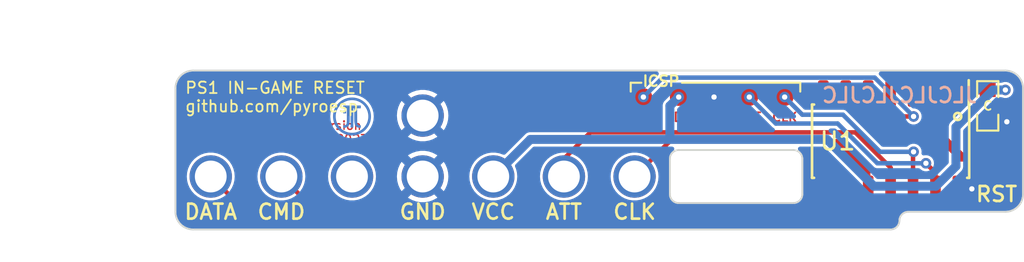
<source format=kicad_pcb>
(kicad_pcb (version 20240108) (generator "pcbnew") (generator_version "8.0")
  (layers (0 "F.Cu" signal) (31 "B.Cu" signal) (34 "B.Paste" user) (35 "F.Paste" user) (36 "B.SilkS" user "B.Silkscreen") (37 "F.SilkS" user "F.Silkscreen") (38 "B.Mask" user) (39 "F.Mask" user) (44 "Edge.Cuts" user))
  (net 0 "")
  (net 1 "+3V3")
  (net 2 "GND")
  (net 3 "/VPP\\~{MCLR}")
  (net 4 "/ICSPDAT")
  (net 5 "/ICSPCLK")
  (net 6 "/CLK")
  (net 7 "/DATA")
  (net 8 "/CMD")
  (net 9 "/~{SS}")
  (net 10 "/RESET")
  (footprint "PS1-IGR:JFTLOGO-1x1.3mm" (layer "F.Cu") (at 95 91.5)
    (property "Reference" "G***" (hide yes))
    (property "Value" "LOGO" (hide yes))
    (fp_poly (pts (xy 0.492125 -0.179161) (xy 0.340178 -0.179161) (xy 0.340178 -0.326572) (xy 0.492125 -0.326572) (xy 0.492125 -0.179161)) (stroke (width 0.01)) (fill solid) (layer "F.Cu"))
    (fp_poly (pts (xy 0.490991 -0.617992) (xy 0.491589 -0.543719) (xy 0.492187 -0.469447) (xy 0.28575 -0.469447) (xy 0.285782 -0.106023) (xy 0.2858 -0.062284) (xy 0.285845 -0.019882) (xy 0.285916 0.020937) (xy 0.286011 0.059929) (xy 0.286129 0.096849) (xy 0.286269 0.131454) (xy 0.286429 0.163498) (xy 0.286609 0.192737) (xy 0.286806 0.218926) (xy 0.287019 0.241821) (xy 0.287247 0.261178) (xy 0.287488 0.276752) (xy 0.287742 0.288299) (xy 0.288006 0.295573) (xy 0.288027 0.295955) (xy 0.290656 0.331148) (xy 0.294269 0.3625) (xy 0.298842 0.38988) (xy 0.304351 0.413156) (xy 0.310771 0.432197) (xy 0.315495 0.442382) (xy 0.326643 0.458511) (xy 0.34152 0.472087) (xy 0.360095 0.483097) (xy 0.382339 0.491532) (xy 0.408224 0.497378) (xy 0.43772 0.500623) (xy 0.46092 0.501343) (xy 0.492192 0.501414) (xy 0.491591 0.568774) (xy 0.490991 0.636133) (xy 0.47058 0.636836) (xy 0.460088 0.636911) (xy 0.446822 0.636588) (xy 0.43252 0.635929) (xy 0.419553 0.635046) (xy 0.380056 0.630342) (xy 0.344106 0.622928) (xy 0.311577 0.61276) (xy 0.282346 0.599789) (xy 0.256287 0.583971) (xy 0.234977 0.566837) (xy 0.215656 0.546172) (xy 0.198361 0.52146) (xy 0.183098 0.492712) (xy 0.169871 0.459939) (xy 0.158685 0.423155) (xy 0.149544 0.382371) (xy 0.142455 0.3376) (xy 0.141363 0.328839) (xy 0.140856 0.324295) (xy 0.140392 0.319382) (xy 0.139969 0.313882) (xy 0.139584 0.307578) (xy 0.139236 0.30025) (xy 0.138922 0.291683) (xy 0.138639 0.281656) (xy 0.138384 0.269954) (xy 0.138156 0.256356) (xy 0.137952 0.240647) (xy 0.137769 0.222607) (xy 0.137605 0.202019) (xy 0.137457 0.178665) (xy 0.137323 0.152328) (xy 0.137201 0.122788) (xy 0.137088 0.089828) (xy 0.136981 0.05323) (xy 0.136879 0.012777) (xy 0.136778 -0.03175) (xy 0.136676 -0.080568) (xy 0.136664 -0.086746) (xy 0.135898 -0.469447) (xy 0.079384 -0.469447) (xy 0.078812 0.07654) (xy 0.078241 0.622526) (xy 0.003968 0.623124) (xy -0.070304 0.623722) (xy -0.070304 -0.469447) (xy -0.133631 -0.469447) (xy -0.134397 -0.086746) (xy -0.134497 -0.036297) (xy -0.13459 0.009844) (xy -0.134685 0.051904) (xy -0.134787 0.090109) (xy -0.134905 0.124688) (xy -0.135046 0.155867) (xy -0.135216 0.183874) (xy -0.135423 0.208935) (xy -0.135675 0.231279) (xy -0.135978 0.251132) (xy -0.136339 0.268721) (xy -0.136767 0.284274) (xy -0.137268 0.298019) (xy -0.137849 0.310181) (xy -0.138518 0.320988) (xy -0.139281 0.330669) (xy -0.140147 0.339449) (xy -0.141122 0.347556) (xy -0.142213 0.355217) (xy -0.143429 0.36266) (xy -0.144775 0.370111) (xy -0.146259 0.377799) (xy -0.147889 0.385949) (xy -0.149671 0.39479) (xy -0.149721 0.395035) (xy -0.158811 0.433468) (xy -0.169872 0.46793) (xy -0.182972 0.498568) (xy -0.198182 0.525528) (xy -0.215572 0.548959) (xy -0.23017 0.564384) (xy -0.251962 0.582665) (xy -0.276001 0.59813) (xy -0.30256 0.610868) (xy -0.331914 0.620974) (xy -0.364338 0.628537) (xy -0.400106 0.633651) (xy -0.439493 0.636406) (xy -0.446201 0.636636) (xy -0.489857 0.63793) (xy -0.489857 0.501164) (xy -0.474549 0.502541) (xy -0.462085 0.502953) (xy -0.446676 0.502394) (xy -0.429778 0.501003) (xy -0.412844 0.498918) (xy -0.397329 0.496278) (xy -0.388745 0.494343) (xy -0.367637 0.487802) (xy -0.349841 0.4796) (xy -0.335004 0.46932) (xy -0.322768 0.456541) (xy -0.312781 0.440844) (xy -0.304685 0.421808) (xy -0.298126 0.399013) (xy -0.294763 0.383267) (xy -0.29357 0.376999) (xy -0.292478 0.371032) (xy -0.291483 0.365148) (xy -0.29058 0.35913) (xy -0.289763 0.352759) (xy -0.289028 0.345815) (xy -0.28837 0.338081) (xy -0.287783 0.329337) (xy -0.287263 0.319367) (xy -0.286804 0.30795) (xy -0.286402 0.294868) (xy -0.286052 0.279904) (xy -0.285748 0.262838) (xy -0.285485 0.243451) (xy -0.285259 0.221526) (xy -0.285064 0.196844) (xy -0.284896 0.169186) (xy -0.284749 0.138334) (xy -0.284619 0.10407) (xy -0.284499 0.066174) (xy -0.284386 0.024428) (xy -0.284275 -0.021386) (xy -0.28416 -0.071487) (xy -0.284143 -0.078809) (xy -0.283257 -0.469447) (xy -0.489857 -0.469447) (xy -0.489857 -0.619136) (xy 0.490991 -0.617992)) (stroke (width 0.01)) (fill solid) (layer "F.Cu"))
  )
  (footprint "PS1-IGR:__LOGO_PS1_Cu-2.4mm" (layer "F.Cu") (at 112 90.5)
    (property "Reference" "G***" (hide yes))
    (property "Value" "LOGO" (hide yes))
    (fp_poly (pts (xy -0.392114 -1.212239) (xy -0.390173 -1.211824) (xy -0.386082 -1.210972) (xy -0.380179 -1.209754) (xy -0.372804 -1.208239) (xy -0.364295 -1.206497) (xy -0.35499 -1.204597) (xy -0.352425 -1.204074) (xy -0.318902 -1.197004) (xy -0.283225 -1.189026) (xy -0.245591 -1.180193) (xy -0.206198 -1.170558) (xy -0.165242 -1.160175) (xy -0.122921 -1.149097) (xy -0.079432 -1.137377) (xy -0.034972 -1.125069) (xy 0.010262 -1.112226) (xy 0.056073 -1.098901) (xy 0.102263 -1.085148) (xy 0.148636 -1.07102) (xy 0.194994 -1.05657) (xy 0.20828 -1.052368) (xy 0.240872 -1.041933) (xy 0.271201 -1.032026) (xy 0.29947 -1.022567) (xy 0.325883 -1.013478) (xy 0.350643 -1.004682) (xy 0.373955 -0.996099) (xy 0.39602 -0.987652) (xy 0.417043 -0.979262) (xy 0.437228 -0.970851) (xy 0.456778 -0.962339) (xy 0.475896 -0.95365) (xy 0.494786 -0.944705) (xy 0.513651 -0.935425) (xy 0.518795 -0.932838) (xy 0.535578 -0.924253) (xy 0.550551 -0.916348) (xy 0.564245 -0.908817) (xy 0.577188 -0.901353) (xy 0.589913 -0.893649) (xy 0.602948 -0.8854) (xy 0.616825 -0.876299) (xy 0.617855 -0.875614) (xy 0.65033 -0.852698) (xy 0.680503 -0.828746) (xy 0.70842 -0.803698) (xy 0.734124 -0.777489) (xy 0.757661 -0.750058) (xy 0.779076 -0.721341) (xy 0.798412 -0.691277) (xy 0.815716 -0.659803) (xy 0.831031 -0.626856) (xy 0.844403 -0.592374) (xy 0.855876 -0.556294) (xy 0.861504 -0.535305) (xy 0.867178 -0.511343) (xy 0.87212 -0.487447) (xy 0.876374 -0.463265) (xy 0.879983 -0.438447) (xy 0.882992 -0.41264) (xy 0.885446 -0.385494) (xy 0.887388 -0.356657) (xy 0.888863 -0.325779) (xy 0.889248 -0.315277) (xy 0.889982 -0.273291) (xy 0.889236 -0.233285) (xy 0.886996 -0.195164) (xy 0.883252 -0.158838) (xy 0.877991 -0.124211) (xy 0.871201 -0.091193) (xy 0.86287 -0.059689) (xy 0.852986 -0.029607) (xy 0.851911 -0.02667) (xy 0.849261 -0.019921) (xy 0.84577 -0.011637) (xy 0.841755 -0.002543) (xy 0.837537 0.006638) (xy 0.833719 0.014605) (xy 0.824682 0.03227) (xy 0.815826 0.047963) (xy 0.806793 0.062192) (xy 0.797224 0.075466) (xy 0.786761 0.088295) (xy 0.775046 0.101189) (xy 0.767125 0.10931) (xy 0.749749 0.125703) (xy 0.732423 0.139901) (xy 0.714699 0.152199) (xy 0.696128 0.162891) (xy 0.676263 0.172274) (xy 0.66421 0.177142) (xy 0.642807 0.184383) (xy 0.620867 0.189909) (xy 0.598005 0.193786) (xy 0.573838 0.196078) (xy 0.547981 0.196849) (xy 0.54737 0.19685) (xy 0.522017 0.196119) (xy 0.496804 0.193886) (xy 0.471479 0.19009) (xy 0.445791 0.184669) (xy 0.41949 0.177563) (xy 0.392324 0.168709) (xy 0.364044 0.158048) (xy 0.334398 0.145517) (xy 0.331179 0.144083) (xy 0.320093 0.139121) (xy 0.319684 -0.262227) (xy 0.319646 -0.300571) (xy 0.319612 -0.336462) (xy 0.319579 -0.369986) (xy 0.319548 -0.401229) (xy 0.319515 -0.430279) (xy 0.319481 -0.457222) (xy 0.319442 -0.482145) (xy 0.319399 -0.505134) (xy 0.319349 -0.526276) (xy 0.319291 -0.545657) (xy 0.319224 -0.563364) (xy 0.319146 -0.579484) (xy 0.319056 -0.594104) (xy 0.318952 -0.607309) (xy 0.318833 -0.619187) (xy 0.318697 -0.629824) (xy 0.318543 -0.639306) (xy 0.31837 -0.647721) (xy 0.318176 -0.655155) (xy 0.317959 -0.661694) (xy 0.317719 -0.667426) (xy 0.317454 -0.672436) (xy 0.317161 -0.676811) (xy 0.316841 -0.680639) (xy 0.316491 -0.684005) (xy 0.31611 -0.686996) (xy 0.315697 -0.689699) (xy 0.31525 -0.692201) (xy 0.314767 -0.694587) (xy 0.314248 -0.696945) (xy 0.313691 -0.699362) (xy 0.313094 -0.701923) (xy 0.312455 -0.704715) (xy 0.312317 -0.705337) (xy 0.306828 -0.725575) (xy 0.299801 -0.7438) (xy 0.291223 -0.760028) (xy 0.281082 -0.774279) (xy 0.269363 -0.786569) (xy 0.256055 -0.796917) (xy 0.241143 -0.805339) (xy 0.238125 -0.806724) (xy 0.22286 -0.812502) (xy 0.208495 -0.815912) (xy 0.19504 -0.816957) (xy 0.182508 -0.815642) (xy 0.17091 -0.81197) (xy 0.160258 -0.805945) (xy 0.150564 -0.79757) (xy 0.14184 -0.786851) (xy 0.134098 -0.77379) (xy 0.133576 -0.772755) (xy 0.128082 -0.759894) (xy 0.123522 -0.745453) (xy 0.120172 -0.730302) (xy 0.120163 -0.73025) (xy 0.119172 -0.724667) (xy 0.118219 -0.719492) (xy 0.117477 -0.715656) (xy 0.117344 -0.71501) (xy 0.117295 -0.713521) (xy 0.117244 -0.709554) (xy 0.117192 -0.703172) (xy 0.11714 -0.694436) (xy 0.117086 -0.683408) (xy 0.117031 -0.670152) (xy 0.116976 -0.654728) (xy 0.11692 -0.6372) (xy 0.116864 -0.617629) (xy 0.116807 -0.596078) (xy 0.11675 -0.572609) (xy 0.116692 -0.547284) (xy 0.116635 -0.520164) (xy 0.116577 -0.491314) (xy 0.11652 -0.460793) (xy 0.116463 -0.428666) (xy 0.116406 -0.394993) (xy 0.116349 -0.359837) (xy 0.116294 -0.323261) (xy 0.116238 -0.285326) (xy 0.116184 -0.246094) (xy 0.116131 -0.205628) (xy 0.116078 -0.16399) (xy 0.116027 -0.121243) (xy 0.115976 -0.077447) (xy 0.115927 -0.032667) (xy 0.11588 0.013038) (xy 0.115834 0.059603) (xy 0.115789 0.106967) (xy 0.115747 0.155069) (xy 0.115706 0.203844) (xy 0.115669 0.25083) (xy 0.114935 1.212225) (xy -0.1397 1.131418) (xy -0.394335 1.05061) (xy -0.394654 -0.081144) (xy -0.394972 -1.212898) (xy -0.392114 -1.212239)) (stroke (width 0.01)) (fill solid) (layer "F.Cu"))
    (fp_poly (pts (xy -0.496234 0.157453) (xy -0.496101 0.16108) (xy -0.495974 0.166931) (xy -0.495854 0.174851) (xy -0.495743 0.184681) (xy -0.495642 0.196265) (xy -0.495551 0.209444) (xy -0.495473 0.224062) (xy -0.495408 0.23996) (xy -0.495357 0.256983) (xy -0.495322 0.274972) (xy -0.495303 0.29377) (xy -0.4953 0.304485) (xy -0.4953 0.452761) (xy -0.563563 0.477152) (xy -0.574387 0.48102) (xy -0.587331 0.485648) (xy -0.602125 0.490938) (xy -0.618498 0.496793) (xy -0.63618 0.503118) (xy -0.6549 0.509814) (xy -0.674387 0.516785) (xy -0.69437 0.523935) (xy -0.714579 0.531166) (xy -0.734743 0.538382) (xy -0.754591 0.545485) (xy -0.76708 0.549956) (xy -0.786397 0.556869) (xy -0.806076 0.563912) (xy -0.825862 0.570993) (xy -0.845497 0.578018) (xy -0.864724 0.584897) (xy -0.883286 0.591538) (xy -0.900927 0.597848) (xy -0.917388 0.603735) (xy -0.932413 0.609108) (xy -0.945744 0.613875) (xy -0.957125 0.617943) (xy -0.96393 0.620375) (xy -0.976222 0.624774) (xy -0.988085 0.629034) (xy -0.999247 0.633058) (xy -1.009434 0.636744) (xy -1.018373 0.639995) (xy -1.02579 0.64271) (xy -1.031412 0.644791) (xy -1.034965 0.646138) (xy -1.035378 0.646301) (xy -1.05085 0.653039) (xy -1.064564 0.660206) (xy -1.076406 0.667703) (xy -1.086264 0.675433) (xy -1.094024 0.683299) (xy -1.099573 0.691202) (xy -1.102799 0.699045) (xy -1.10363 0.705333) (xy -1.102388 0.713268) (xy -1.098698 0.720747) (xy -1.092617 0.72774) (xy -1.084201 0.734219) (xy -1.073507 0.740152) (xy -1.060591 0.745512) (xy -1.04551 0.750268) (xy -1.028319 0.754391) (xy -1.009076 0.757852) (xy -1.00076 0.759052) (xy -0.991959 0.759971) (xy -0.981081 0.760677) (xy -0.968579 0.761172) (xy -0.954908 0.761458) (xy -0.94052 0.761537) (xy -0.92587 0.761413) (xy -0.911411 0.761087) (xy -0.897598 0.760561) (xy -0.884883 0.759838) (xy -0.873721 0.758921) (xy -0.868776 0.758379) (xy -0.836927 0.753842) (xy -0.807288 0.748233) (xy -0.779757 0.741532) (xy -0.76885 0.738402) (xy -0.765673 0.737372) (xy -0.760295 0.735537) (xy -0.752898 0.732963) (xy -0.743668 0.729715) (xy -0.732788 0.725859) (xy -0.720441 0.72146) (xy -0.706814 0.716585) (xy -0.692088 0.711299) (xy -0.676449 0.705667) (xy -0.66008 0.699756) (xy -0.643166 0.69363) (xy -0.633595 0.690156) (xy -0.616595 0.683983) (xy -0.600136 0.678009) (xy -0.584392 0.672298) (xy -0.569537 0.666911) (xy -0.555745 0.661914) (xy -0.54319 0.657367) (xy -0.532046 0.653335) (xy -0.522487 0.64988) (xy -0.514686 0.647065) (xy -0.508818 0.644954) (xy -0.505057 0.643608) (xy -0.503867 0.643189) (xy -0.495289 0.640227) (xy -0.495612 0.773139) (xy -0.495935 0.906052) (xy -0.5207 0.91021) (xy -0.570805 0.918036) (xy -0.619293 0.924389) (xy -0.666597 0.929299) (xy -0.713149 0.932797) (xy -0.759379 0.934913) (xy -0.80572 0.935676) (xy -0.852604 0.935117) (xy -0.86995 0.934589) (xy -0.93164 0.9312) (xy -0.993728 0.925384) (xy -1.055988 0.917173) (xy -1.118193 0.906603) (xy -1.180115 0.893706) (xy -1.233805 0.880561) (xy -1.250249 0.876146) (xy -1.267544 0.871311) (xy -1.285356 0.866163) (xy -1.303351 0.860805) (xy -1.321198 0.855343) (xy -1.338561 0.849881) (xy -1.355107 0.844524) (xy -1.370504 0.839377) (xy -1.384417 0.834544) (xy -1.396513 0.830131) (xy -1.40589 0.826475) (xy -1.430842 0.815528) (xy -1.453909 0.803807) (xy -1.475044 0.791377) (xy -1.494201 0.778303) (xy -1.511331 0.764648) (xy -1.526388 0.750477) (xy -1.539325 0.735856) (xy -1.550094 0.720847) (xy -1.558648 0.705517) (xy -1.56494 0.689929) (xy -1.568922 0.674148) (xy -1.570548 0.658238) (xy -1.569769 0.642264) (xy -1.56654 0.626291) (xy -1.562 0.613166) (xy -1.556638 0.60204) (xy -1.549762 0.591108) (xy -1.541277 0.580293) (xy -1.531084 0.569518) (xy -1.519085 0.558704) (xy -1.505183 0.547775) (xy -1.489281 0.536653) (xy -1.47128 0.525261) (xy -1.451084 0.513522) (xy -1.428594 0.501358) (xy -1.40716 0.490406) (xy -1.38227 0.478286) (xy -1.357325 0.466767) (xy -1.331884 0.455668) (xy -1.30551 0.444805) (xy -1.277764 0.433995) (xy -1.248207 0.423055) (xy -1.229995 0.416555) (xy -1.225713 0.415042) (xy -1.219144 0.412716) (xy -1.210398 0.409615) (xy -1.199582 0.405778) (xy -1.186803 0.401242) (xy -1.172169 0.396047) (xy -1.155789 0.390231) (xy -1.137769 0.383831) (xy -1.118217 0.376886) (xy -1.097241 0.369435) (xy -1.074949 0.361515) (xy -1.051449 0.353164) (xy -1.026847 0.344422) (xy -1.001252 0.335326) (xy -0.974771 0.325914) (xy -0.947513 0.316226) (xy -0.919584 0.306298) (xy -0.891093 0.296169) (xy -0.862147 0.285878) (xy -0.845305 0.279891) (xy -0.816602 0.269686) (xy -0.788517 0.259705) (xy -0.761145 0.249979) (xy -0.734582 0.240543) (xy -0.70892 0.23143) (xy -0.684255 0.222673) (xy -0.660681 0.214306) (xy -0.638292 0.206363) (xy -0.617182 0.198876) (xy -0.597447 0.191879) (xy -0.579179 0.185406) (xy -0.562474 0.179489) (xy -0.547425 0.174164) (xy -0.534128 0.169462) (xy -0.522676 0.165418) (xy -0.513164 0.162064) (xy -0.505686 0.159434) (xy -0.500337 0.157563) (xy -0.497211 0.156482) (xy -0.496373 0.15621) (xy -0.496234 0.157453)) (stroke (width 0.01)) (fill solid) (layer "F.Cu"))
    (fp_poly (pts (xy 0.805443 0.284768) (xy 0.821695 0.284894) (xy 0.836706 0.285144) (xy 0.850003 0.285523) (xy 0.852805 0.28563) (xy 0.907289 0.288648) (xy 0.961272 0.293258) (xy 1.014535 0.299422) (xy 1.066859 0.307102) (xy 1.118028 0.316261) (xy 1.167824 0.32686) (xy 1.216027 0.338861) (xy 1.262421 0.352226) (xy 1.29413 0.362519) (xy 1.31356 0.369157) (xy 1.330794 0.375085) (xy 1.346051 0.380389) (xy 1.359548 0.38515) (xy 1.371501 0.389455) (xy 1.38213 0.393384) (xy 1.39165 0.397024) (xy 1.400281 0.400457) (xy 1.40824 0.403766) (xy 1.415744 0.407036) (xy 1.423011 0.41035) (xy 1.430258 0.413793) (xy 1.437703 0.417447) (xy 1.44018 0.418682) (xy 1.45856 0.428255) (xy 1.474823 0.437549) (xy 1.489334 0.446812) (xy 1.502459 0.456294) (xy 1.514565 0.466243) (xy 1.526017 0.47691) (xy 1.526632 0.47752) (xy 1.535929 0.48709) (xy 1.543497 0.495676) (xy 1.549692 0.503743) (xy 1.554872 0.511754) (xy 1.559279 0.51994) (xy 1.564176 0.530741) (xy 1.56765 0.540665) (xy 1.569999 0.550698) (xy 1.571284 0.559592) (xy 1.571943 0.56655) (xy 1.572092 0.572234) (xy 1.5717 0.577861) (xy 1.570735 0.584648) (xy 1.57064 0.58523) (xy 1.567282 0.599844) (xy 1.562028 0.614068) (xy 1.554807 0.627984) (xy 1.545545 0.641673) (xy 1.53417 0.655217) (xy 1.520609 0.668698) (xy 1.50479 0.682199) (xy 1.486639 0.6958) (xy 1.466084 0.709583) (xy 1.452575 0.71797) (xy 1.443334 0.723348) (xy 1.432273 0.729443) (xy 1.419916 0.735993) (xy 1.406786 0.742735) (xy 1.393408 0.749406) (xy 1.380304 0.755744) (xy 1.367998 0.761486) (xy 1.357014 0.76637) (xy 1.35128 0.768778) (xy 1.349124 0.7696) (xy 1.344701 0.771235) (xy 1.3381 0.77365) (xy 1.329411 0.776815) (xy 1.318724 0.780695) (xy 1.306128 0.78526) (xy 1.291713 0.790477) (xy 1.275569 0.796314) (xy 1.257786 0.802737) (xy 1.238454 0.809716) (xy 1.217661 0.817218) (xy 1.195499 0.825211) (xy 1.172056 0.833661) (xy 1.147422 0.842538) (xy 1.121688 0.851809) (xy 1.094942 0.861442) (xy 1.067275 0.871403) (xy 1.038776 0.881662) (xy 1.009535 0.892186) (xy 0.979642 0.902942) (xy 0.949187 0.913899) (xy 0.918259 0.925023) (xy 0.886948 0.936284) (xy 0.855344 0.947648) (xy 0.823536 0.959083) (xy 0.791614 0.970558) (xy 0.759669 0.982039) (xy 0.727789 0.993495) (xy 0.696065 1.004893) (xy 0.664586 1.016201) (xy 0.633442 1.027387) (xy 0.602722 1.038419) (xy 0.572517 1.049264) (xy 0.542916 1.05989) (xy 0.51401 1.070265) (xy 0.485886 1.080356) (xy 0.458636 1.090131) (xy 0.43235 1.099559) (xy 0.407116 1.108606) (xy 0.383025 1.117241) (xy 0.360166 1.125432) (xy 0.338629 1.133145) (xy 0.318504 1.140349) (xy 0.299881 1.147011) (xy 0.282849 1.1531) (xy 0.267498 1.158583) (xy 0.253917 1.163427) (xy 0.242198 1.167601) (xy 0.232428 1.171072) (xy 0.224699 1.173809) (xy 0.219099 1.175778) (xy 0.215719 1.176947) (xy 0.21465 1.17729) (xy 0.214423 1.17607) (xy 0.214219 1.172405) (xy 0.214037 1.166284) (xy 0.213877 1.157699) (xy 0.21374 1.14664) (xy 0.213624 1.133097) (xy 0.21353 1.117061) (xy 0.213458 1.098523) (xy 0.213408 1.077472) (xy 0.21338 1.0539) (xy 0.213373 1.029652) (xy 0.213386 0.882015) (xy 0.62517 0.735388) (xy 0.656533 0.724218) (xy 0.687335 0.713247) (xy 0.717487 0.702504) (xy 0.746898 0.692022) (xy 0.77548 0.681833) (xy 0.803143 0.67197) (xy 0.829799 0.662463) (xy 0.855356 0.653344) (xy 0.879727 0.644647) (xy 0.902821 0.636402) (xy 0.92455 0.628642) (xy 0.944823 0.621398) (xy 0.963552 0.614702) (xy 0.980647 0.608587) (xy 0.996019 0.603085) (xy 1.009578 0.598226) (xy 1.021235 0.594043) (xy 1.0309 0.590569) (xy 1.038485 0.587835) (xy 1.043899 0.585872) (xy 1.047054 0.584714) (xy 1.04775 0.584448) (xy 1.063858 0.577445) (xy 1.077988 0.570123) (xy 1.090073 0.562554) (xy 1.100047 0.554805) (xy 1.107845 0.546947) (xy 1.1134 0.53905) (xy 1.116646 0.531182) (xy 1.117518 0.523414) (xy 1.11595 0.515815) (xy 1.11496 0.513509) (xy 1.110411 0.50678) (xy 1.103514 0.50034) (xy 1.094451 0.494276) (xy 1.083405 0.488674) (xy 1.070559 0.48362) (xy 1.056098 0.479201) (xy 1.040203 0.475503) (xy 1.030999 0.473823) (xy 1.019721 0.472064) (xy 1.009254 0.470701) (xy 0.999004 0.46969) (xy 0.988373 0.468991) (xy 0.976766 0.468558) (xy 0.963589 0.46835) (xy 0.954405 0.468315) (xy 0.931027 0.468622) (xy 0.909289 0.469608) (xy 0.888365 0.471347) (xy 0.86743 0.473911) (xy 0.845656 0.477371) (xy 0.84074 0.478247) (xy 0.834697 0.479361) (xy 0.828941 0.480472) (xy 0.823323 0.481627) (xy 0.817699 0.482873) (xy 0.811922 0.484256) (xy 0.805846 0.485822) (xy 0.799324 0.487618) (xy 0.792212 0.48969) (xy 0.784362 0.492086) (xy 0.775629 0.494851) (xy 0.765866 0.498031) (xy 0.754927 0.501675) (xy 0.742667 0.505827) (xy 0.728939 0.510534) (xy 0.713597 0.515844) (xy 0.696495 0.521802) (xy 0.677487 0.528455) (xy 0.656427 0.53585) (xy 0.633168 0.544032) (xy 0.62484 0.546964) (xy 0.587513 0.560109) (xy 0.552508 0.572436) (xy 0.519752 0.583971) (xy 0.489172 0.59474) (xy 0.460693 0.604769) (xy 0.434243 0.614084) (xy 0.409748 0.622711) (xy 0.387133 0.630676) (xy 0.366327 0.638005) (xy 0.347255 0.644723) (xy 0.329844 0.650856) (xy 0.31402 0.656431) (xy 0.29971 0.661473) (xy 0.286841 0.666009) (xy 0.275338 0.670063) (xy 0.265129 0.673662) (xy 0.256139 0.676833) (xy 0.248296 0.6796) (xy 0.241526 0.68199) (xy 0.235755 0.684028) (xy 0.230909 0.685741) (xy 0.226916 0.687154) (xy 0.223702 0.688294) (xy 0.221194 0.689185) (xy 0.219317 0.689855) (xy 0.217998 0.690329) (xy 0.217165 0.690633) (xy 0.216847 0.690752) (xy 0.213349 0.69209) (xy 0.213672 0.538236) (xy 0.213995 0.384381) (xy 0.24179 0.375002) (xy 0.279039 0.363082) (xy 0.318392 0.351712) (xy 0.359456 0.340967) (xy 0.401839 0.330924) (xy 0.44515 0.321659) (xy 0.488995 0.313248) (xy 0.532984 0.305765) (xy 0.576723 0.299288) (xy 0.619822 0.293891) (xy 0.661887 0.289652) (xy 0.696595 0.287011) (xy 0.708309 0.286385) (xy 0.72209 0.285854) (xy 0.737464 0.285422) (xy 0.753959 0.285093) (xy 0.771102 0.284871) (xy 0.788421 0.284762) (xy 0.805443 0.284768)) (stroke (width 0.01)) (fill solid) (layer "F.Cu"))
  )
  (footprint "PS1-IGR:TestPoint_Pad_NoSilk_D1.0mm" (layer "F.Cu") (at 122.5 89.5 180)
    (property "Reference" "TP2" (hide yes))
    (property "Value" "VDD" (at 0 -1.143 0) (layer "F.Cu") (effects (font (size 0.5 0.5) (thickness 0.1))))
    (pad "1" smd circle (at 0 0 180) (size 1 1) (layers "F.Cu" "F.Mask") (net 1 "+3V3"))
  )
  (footprint "PS1-IGR:TestPoint_Pad_NoSilk_D1.0mm" (layer "F.Cu") (at 124.5 89.5 180)
    (property "Reference" "TP3" (hide yes))
    (property "Value" "VSS" (at 0 -1.143 0) (layer "F.Cu") (effects (font (size 0.5 0.5) (thickness 0.1))))
    (pad "1" smd circle (at 0 0 180) (size 1 1) (layers "F.Cu" "F.Mask") (net 2 "GND"))
  )
  (footprint "PS1-IGR:TestPoint_Pad_NoSilk_D1.0mm" (layer "F.Cu") (at 126.5 89.5 180)
    (property "Reference" "TP4" (hide yes))
    (property "Value" "DAT" (at 0 -1.143 0) (layer "F.Cu") (effects (font (size 0.5 0.5) (thickness 0.1))))
    (pad "1" smd circle (at 0 0 180) (size 1 1) (layers "F.Cu" "F.Mask") (net 4 "/ICSPDAT"))
  )
  (footprint "PS1-IGR:TestPoint_Pad_NoSilk_D1.0mm" (layer "F.Cu") (at 128.5 89.5 180)
    (property "Reference" "TP5" (hide yes))
    (property "Value" "CLK" (at 0 -1.143 0) (layer "F.Cu") (effects (font (size 0.5 0.5) (thickness 0.1))))
    (pad "1" smd circle (at 0 0 180) (size 1 1) (layers "F.Cu" "F.Mask") (net 5 "/ICSPCLK"))
  )
  (footprint "PS1-IGR:R_0603_0.8mm" (layer "F.Cu") (at 140 90 -90)
    (property "Reference" "C1" (hide yes))
    (property "Value" "0.1uF")
    (fp_line (start -1.4 0.6) (end -0.5 0.6) (stroke (width 0.12)) (layer "F.SilkS"))
    (fp_line (start 0.5 0.6) (end 1.4 0.6) (stroke (width 0.12)) (layer "F.SilkS"))
    (fp_line (start -1.4 -0.6) (end -1.4 0.6) (stroke (width 0.12)) (layer "F.SilkS"))
    (fp_line (start -1.4 -0.6) (end -0.5 -0.6) (stroke (width 0.12)) (layer "F.SilkS"))
    (fp_line (start 0.5 -0.6) (end 1.4 -0.6) (stroke (width 0.12)) (layer "F.SilkS"))
    (fp_line (start 1.4 -0.6) (end 1.4 0.6) (stroke (width 0.12)) (layer "F.SilkS"))
    (pad "1" smd rect (at -0.9 0 270) (size 0.8 0.9) (layers "F.Cu" "F.Paste" "F.Mask") (net 1 "+3V3"))
    (pad "2" smd rect (at 0.9 0 270) (size 0.8 0.9) (layers "F.Cu" "F.Paste" "F.Mask") (net 2 "GND"))
  )
  (footprint "PS1-IGR:Wirepad-2.54mm" (layer "F.Cu") (at 140.5 93)
    (property "Reference" "TP7")
    (property "Value" "RST" (at 0 2 0) (layer "F.SilkS") (effects (font (size 0.85 0.85))))
    (pad "1" smd roundrect (at 0 0 90) (size 2.54 2.54) (layers "F.Cu" "F.Paste" "F.Mask") (roundrect_rratio 0.05) (net 10 "/RESET"))
  )
  (footprint "PS1-IGR:TestPoint_Pad_NoSilk_D1.0mm" (layer "F.Cu") (at 120.5 89.5 180)
    (property "Reference" "TP1" (hide yes))
    (property "Value" "VPP" (at 0 -1.143 0) (layer "F.Cu") (effects (font (size 0.5 0.5) (thickness 0.1))))
    (pad "1" smd circle (at 0 0 180) (size 1 1) (layers "F.Cu" "F.Mask") (net 3 "/VPP\\~{MCLR}"))
  )
  (footprint "PS1-IGR:SOIC-14_3.9x8.7mm_Pitch1.27mm-JFT" (layer "F.Cu") (at 134.5 92 -90)
    (property "Reference" "U1" (at 0 3 180) (layer "F.SilkS"))
    (property "Value" "PIC16F18325-ISL")
    (fp_line (start -2.075 4.45) (end 2.075 4.45) (stroke (width 0.15)) (layer "F.SilkS"))
    (fp_line (start -2.075 4.45) (end -2.075 4.335) (stroke (width 0.15)) (layer "F.SilkS"))
    (fp_line (start 2.075 4.45) (end 2.075 4.335) (stroke (width 0.15)) (layer "F.SilkS"))
    (fp_line (start -2.075 -4.425) (end -3.45 -4.425) (stroke (width 0.15)) (layer "F.SilkS"))
    (fp_line (start -2.075 -4.45) (end -2.075 -4.425) (stroke (width 0.15)) (layer "F.SilkS"))
    (fp_line (start -2.075 -4.45) (end 2.075 -4.45) (stroke (width 0.15)) (layer "F.SilkS"))
    (fp_line (start 2.075 -4.45) (end 2.075 -4.335) (stroke (width 0.15)) (layer "F.SilkS"))
    (fp_circle (center -1.4 -3.8) (end -1.2 -3.8) (stroke (width 0.15)) (fill none) (layer "F.SilkS"))
    (pad "1" smd roundrect (at -2.7 -3.81 270) (size 1.5 0.6) (layers "F.Cu" "F.Paste" "F.Mask") (roundrect_rratio 0.2) (net 1 "+3V3"))
    (pad "2" smd roundrect (at -2.7 -2.54 270) (size 1.5 0.6) (layers "F.Cu" "F.Paste" "F.Mask") (roundrect_rratio 0.2))
    (pad "3" smd roundrect (at -2.7 -1.27 270) (size 1.5 0.6) (layers "F.Cu" "F.Paste" "F.Mask") (roundrect_rratio 0.2))
    (pad "4" smd roundrect (at -2.7 0 270) (size 1.5 0.6) (layers "F.Cu" "F.Paste" "F.Mask") (roundrect_rratio 0.2) (net 3 "/VPP\\~{MCLR}"))
    (pad "5" smd roundrect (at -2.7 1.27 270) (size 1.5 0.6) (layers "F.Cu" "F.Paste" "F.Mask") (roundrect_rratio 0.2) (net 10 "/RESET"))
    (pad "6" smd roundrect (at -2.7 2.54 270) (size 1.5 0.6) (layers "F.Cu" "F.Paste" "F.Mask") (roundrect_rratio 0.2))
    (pad "7" smd roundrect (at -2.7 3.81 270) (size 1.5 0.6) (layers "F.Cu" "F.Paste" "F.Mask") (roundrect_rratio 0.2))
    (pad "8" smd roundrect (at 2.7 3.81 270) (size 1.5 0.6) (layers "F.Cu" "F.Paste" "F.Mask") (roundrect_rratio 0.2) (net 8 "/CMD"))
    (pad "9" smd roundrect (at 2.7 2.54 270) (size 1.5 0.6) (layers "F.Cu" "F.Paste" "F.Mask") (roundrect_rratio 0.2) (net 7 "/DATA"))
    (pad "10" smd roundrect (at 2.7 1.27 270) (size 1.5 0.6) (layers "F.Cu" "F.Paste" "F.Mask") (roundrect_rratio 0.2) (net 6 "/CLK"))
    (pad "11" smd roundrect (at 2.7 0 270) (size 1.5 0.6) (layers "F.Cu" "F.Paste" "F.Mask") (roundrect_rratio 0.2) (net 9 "/~{SS}"))
    (pad "12" smd roundrect (at 2.7 -1.27 270) (size 1.5 0.6) (layers "F.Cu" "F.Paste" "F.Mask") (roundrect_rratio 0.2) (net 5 "/ICSPCLK"))
    (pad "13" smd roundrect (at 2.7 -2.54 270) (size 1.5 0.6) (layers "F.Cu" "F.Paste" "F.Mask") (roundrect_rratio 0.2) (net 4 "/ICSPDAT"))
    (pad "14" smd roundrect (at 2.7 -3.81 270) (size 1.5 0.6) (layers "F.Cu" "F.Paste" "F.Mask") (roundrect_rratio 0.2) (net 2 "GND"))
  )
  (footprint "PS1-IGR:PS1ControllerPort_SolderSide" (layer "F.Cu") (at 96 94)
    (property "Reference" "J1" (hide yes))
    (property "Value" "PS1 Controller 1 (Solder Side)")
    (pad "1" thru_hole circle (at 0 0) (size 2.4 2.4) (drill 1.8) (layers "*.Cu" "*.Mask") (net 7 "/DATA"))
    (pad "2" thru_hole circle (at 4 0) (size 2.4 2.4) (drill 1.8) (layers "*.Cu" "*.Mask") (net 8 "/CMD"))
    (pad "3" thru_hole circle (at 8 0) (size 2.4 2.4) (drill 1.8) (layers "*.Cu" "*.Mask"))
    (pad "4" thru_hole circle (at 12 -3.45) (size 2.4 2.4) (drill 1.8) (layers "*.Cu" "*.Mask") (net 2 "GND"))
    (pad "4" thru_hole circle (at 12 0) (size 2.4 2.4) (drill 1.8) (layers "*.Cu" "*.Mask") (net 2 "GND"))
    (pad "5" thru_hole circle (at 16 0) (size 2.4 2.4) (drill 1.8) (layers "*.Cu" "*.Mask") (net 1 "+3V3"))
    (pad "6" thru_hole circle (at 20 0) (size 2.4 2.4) (drill 1.8) (layers "*.Cu" "*.Mask") (net 9 "/~{SS}"))
    (pad "7" thru_hole circle (at 24 0) (size 2.4 2.4) (drill 1.8) (layers "*.Cu" "*.Mask") (net 6 "/CLK"))
  )
  (footprint "PS1-IGR:JFTLOGO-1x1.3mm" (layer "B.Cu") (at 104 90.6 180)
    (property "Reference" "G***" (hide yes))
    (property "Value" "LOGO" (hide yes))
    (fp_poly (pts (xy 0.492125 0.179161) (xy 0.340178 0.179161) (xy 0.340178 0.326572) (xy 0.492125 0.326572) (xy 0.492125 0.179161)) (stroke (width 0.01)) (fill solid) (layer "B.Cu"))
    (fp_poly (pts (xy 0.490991 0.617992) (xy 0.491589 0.543719) (xy 0.492187 0.469447) (xy 0.28575 0.469447) (xy 0.285782 0.106023) (xy 0.2858 0.062284) (xy 0.285845 0.019882) (xy 0.285916 -0.020937) (xy 0.286011 -0.059929) (xy 0.286129 -0.096849) (xy 0.286269 -0.131454) (xy 0.286429 -0.163498) (xy 0.286609 -0.192737) (xy 0.286806 -0.218926) (xy 0.287019 -0.241821) (xy 0.287247 -0.261178) (xy 0.287488 -0.276752) (xy 0.287742 -0.288299) (xy 0.288006 -0.295573) (xy 0.288027 -0.295955) (xy 0.290656 -0.331148) (xy 0.294269 -0.3625) (xy 0.298842 -0.38988) (xy 0.304351 -0.413156) (xy 0.310771 -0.432197) (xy 0.315495 -0.442382) (xy 0.326643 -0.458511) (xy 0.34152 -0.472087) (xy 0.360095 -0.483097) (xy 0.382339 -0.491532) (xy 0.408224 -0.497378) (xy 0.43772 -0.500623) (xy 0.46092 -0.501343) (xy 0.492192 -0.501414) (xy 0.491591 -0.568774) (xy 0.490991 -0.636133) (xy 0.47058 -0.636836) (xy 0.460088 -0.636911) (xy 0.446822 -0.636588) (xy 0.43252 -0.635929) (xy 0.419553 -0.635046) (xy 0.380056 -0.630342) (xy 0.344106 -0.622928) (xy 0.311577 -0.61276) (xy 0.282346 -0.599789) (xy 0.256287 -0.583971) (xy 0.234977 -0.566837) (xy 0.215656 -0.546172) (xy 0.198361 -0.52146) (xy 0.183098 -0.492712) (xy 0.169871 -0.459939) (xy 0.158685 -0.423155) (xy 0.149544 -0.382371) (xy 0.142455 -0.3376) (xy 0.141363 -0.328839) (xy 0.140856 -0.324295) (xy 0.140392 -0.319382) (xy 0.139969 -0.313882) (xy 0.139584 -0.307578) (xy 0.139236 -0.30025) (xy 0.138922 -0.291683) (xy 0.138639 -0.281656) (xy 0.138384 -0.269954) (xy 0.138156 -0.256356) (xy 0.137952 -0.240647) (xy 0.137769 -0.222607) (xy 0.137605 -0.202019) (xy 0.137457 -0.178665) (xy 0.137323 -0.152328) (xy 0.137201 -0.122788) (xy 0.137088 -0.089828) (xy 0.136981 -0.05323) (xy 0.136879 -0.012777) (xy 0.136778 0.03175) (xy 0.136676 0.080568) (xy 0.136664 0.086746) (xy 0.135898 0.469447) (xy 0.079384 0.469447) (xy 0.078812 -0.07654) (xy 0.078241 -0.622526) (xy 0.003968 -0.623124) (xy -0.070304 -0.623722) (xy -0.070304 0.469447) (xy -0.133631 0.469447) (xy -0.134397 0.086746) (xy -0.134497 0.036297) (xy -0.13459 -0.009844) (xy -0.134685 -0.051904) (xy -0.134787 -0.090109) (xy -0.134905 -0.124688) (xy -0.135046 -0.155867) (xy -0.135216 -0.183874) (xy -0.135423 -0.208935) (xy -0.135675 -0.231279) (xy -0.135978 -0.251132) (xy -0.136339 -0.268721) (xy -0.136767 -0.284274) (xy -0.137268 -0.298019) (xy -0.137849 -0.310181) (xy -0.138518 -0.320988) (xy -0.139281 -0.330669) (xy -0.140147 -0.339449) (xy -0.141122 -0.347556) (xy -0.142213 -0.355217) (xy -0.143429 -0.36266) (xy -0.144775 -0.370111) (xy -0.146259 -0.377799) (xy -0.147889 -0.385949) (xy -0.149671 -0.39479) (xy -0.149721 -0.395035) (xy -0.158811 -0.433468) (xy -0.169872 -0.46793) (xy -0.182972 -0.498568) (xy -0.198182 -0.525528) (xy -0.215572 -0.548959) (xy -0.23017 -0.564384) (xy -0.251962 -0.582665) (xy -0.276001 -0.59813) (xy -0.30256 -0.610868) (xy -0.331914 -0.620974) (xy -0.364338 -0.628537) (xy -0.400106 -0.633651) (xy -0.439493 -0.636406) (xy -0.446201 -0.636636) (xy -0.489857 -0.63793) (xy -0.489857 -0.501164) (xy -0.474549 -0.502541) (xy -0.462085 -0.502953) (xy -0.446676 -0.502394) (xy -0.429778 -0.501003) (xy -0.412844 -0.498918) (xy -0.397329 -0.496278) (xy -0.388745 -0.494343) (xy -0.367637 -0.487802) (xy -0.349841 -0.4796) (xy -0.335004 -0.46932) (xy -0.322768 -0.456541) (xy -0.312781 -0.440844) (xy -0.304685 -0.421808) (xy -0.298126 -0.399013) (xy -0.294763 -0.383267) (xy -0.29357 -0.376999) (xy -0.292478 -0.371032) (xy -0.291483 -0.365148) (xy -0.29058 -0.35913) (xy -0.289763 -0.352759) (xy -0.289028 -0.345815) (xy -0.28837 -0.338081) (xy -0.287783 -0.329337) (xy -0.287263 -0.319367) (xy -0.286804 -0.30795) (xy -0.286402 -0.294868) (xy -0.286052 -0.279904) (xy -0.285748 -0.262838) (xy -0.285485 -0.243451) (xy -0.285259 -0.221526) (xy -0.285064 -0.196844) (xy -0.284896 -0.169186) (xy -0.284749 -0.138334) (xy -0.284619 -0.10407) (xy -0.284499 -0.066174) (xy -0.284386 -0.024428) (xy -0.284275 0.021386) (xy -0.28416 0.071487) (xy -0.284143 0.078809) (xy -0.283257 0.469447) (xy -0.489857 0.469447) (xy -0.489857 0.619136) (xy 0.490991 0.617992)) (stroke (width 0.01)) (fill solid) (layer "B.Cu"))
  )
  (gr_circle (center 104 90.6) (end 105 90.6) (stroke (width 0.15)) (fill none) (layer "B.Cu"))
  (gr_line (start 129.383 89.19) (end 129.383 88.69) (stroke (width 0.12)) (layer "F.SilkS"))
  (gr_line (start 119.783 89.19) (end 119.783 88.69) (stroke (width 0.12)) (layer "F.SilkS"))
  (gr_line (start 122.683 88.69) (end 129.383 88.69) (stroke (width 0.12)) (layer "F.SilkS"))
  (gr_line (start 120.383 88.69) (end 119.783 88.69) (stroke (width 0.12)) (layer "F.SilkS"))
  (gr_line (start 94 89) (end 94 96) (stroke (width 0.1)) (layer "Edge.Cuts"))
  (gr_line (start 95 97) (end 134.5 97) (stroke (width 0.1)) (layer "Edge.Cuts"))
  (gr_line (start 142 89) (end 142 95) (stroke (width 0.1)) (layer "Edge.Cuts"))
  (gr_line (start 95 88) (end 141 88) (stroke (width 0.1)) (layer "Edge.Cuts"))
  (gr_line (start 122 93) (end 122 95) (stroke (width 0.1)) (layer "Edge.Cuts"))
  (gr_line (start 129.5 93) (end 129.5 95) (stroke (width 0.1)) (layer "Edge.Cuts"))
  (gr_line (start 122.5 92.5) (end 129 92.5) (stroke (width 0.1)) (layer "Edge.Cuts"))
  (gr_arc (start 129.5 95) (mid 129.353553 95.353553) (end 129 95.5) (stroke (width 0.1)) (layer "Edge.Cuts"))
  (gr_line (start 122.5 95.5) (end 129 95.5) (stroke (width 0.1)) (layer "Edge.Cuts"))
  (gr_arc (start 142 95) (mid 141.707107 95.707107) (end 141 96) (stroke (width 0.1)) (layer "Edge.Cuts"))
  (gr_arc (start 135 96.5) (mid 135.146447 96.146447) (end 135.5 96) (stroke (width 0.1)) (layer "Edge.Cuts"))
  (gr_line (start 135.5 96) (end 141 96) (stroke (width 0.1)) (layer "Edge.Cuts"))
  (gr_arc (start 122.5 95.5) (mid 122.146447 95.353553) (end 122 95) (stroke (width 0.1)) (layer "Edge.Cuts"))
  (gr_arc (start 129 92.5) (mid 129.353553 92.646447) (end 129.5 93) (stroke (width 0.1)) (layer "Edge.Cuts"))
  (gr_arc (start 94 89) (mid 94.292893 88.292893) (end 95 88) (stroke (width 0.1)) (layer "Edge.Cuts"))
  (gr_arc (start 122 93) (mid 122.146447 92.646447) (end 122.5 92.5) (stroke (width 0.1)) (layer "Edge.Cuts"))
  (gr_arc (start 95 97) (mid 94.292893 96.707107) (end 94 96) (stroke (width 0.1)) (layer "Edge.Cuts"))
  (gr_arc (start 135 96.5) (mid 134.853553 96.853553) (end 134.5 97) (stroke (width 0.1)) (layer "Edge.Cuts"))
  (gr_arc (start 141 88) (mid 141.707107 88.292893) (end 142 89) (stroke (width 0.1)) (layer "Edge.Cuts"))
  (gr_text "CTRLRPCB/SOIC version\ngithub.com/jnftech 20230212" (at 95.75 91.5 0) (layer "F.Cu") (effects (font (size 0.48 0.48) (thickness 0.075)) (justify left)))
  (gr_text "JLCJLCJLCJLC" (at 135 89.4 0) (layer "B.SilkS") (effects (font (size 0.85 0.85)) (justify mirror)))
  (gr_text "PS1 IN-GAME RESET\ngithub.com/pyroesp" (at 94.5 89.5 0) (layer "F.SilkS") (effects (font (size 0.65 0.65) (thickness 0.1)) (justify left)))
  (gr_text "CLK" (at 120 96 0) (layer "F.SilkS") (effects (font (size 0.85 0.85))))
  (gr_text "ATT" (at 116 96 0) (layer "F.SilkS") (effects (font (size 0.85 0.85))))
  (gr_text "C" (at 140 90 0) (layer "F.SilkS") (effects (font (size 0.5 0.5) (thickness 0.1))))
  (gr_text "ICSP" (at 121.5 88.6 0) (layer "F.SilkS") (effects (font (size 0.6 0.6) (thickness 0.125))))
  (gr_text "VCC" (at 112 96 0) (layer "F.SilkS") (effects (font (size 0.85 0.85))))
  (gr_text "DATA" (at 96 96 0) (layer "F.SilkS") (effects (font (size 0.85 0.85))))
  (gr_text "CMD" (at 100 96 0) (layer "F.SilkS") (effects (font (size 0.85 0.85))))
  (gr_text "GND" (at 108 96 0) (layer "F.SilkS") (effects (font (size 0.85 0.85))))
  (segment (start 140 89.1) (end 141.000014 89.1) (width 0.508) (layer "F.Cu") (net 1))
  (segment (start 138.51 89.1) (end 138.31 89.3) (width 0.508) (layer "F.Cu") (net 1))
  (segment (start 140 89.1) (end 138.51 89.1) (width 0.508) (layer "F.Cu") (net 1))
  (via (at 141.000014 89.1) (size 0.6) (drill 0.3) (layers "F.Cu" "B.Cu") (net 1))
  (via (at 122.5 89.5) (size 0.6) (drill 0.3) (layers "F.Cu" "B.Cu") (net 1))
  (segment (start 138.2 91.2) (end 140.3 89.1) (width 0.508) (layer "B.Cu") (net 1))
  (segment (start 137.064603 94.55) (end 138.2 93.414603) (width 0.508) (layer "B.Cu") (net 1))
  (segment (start 140.3 89.1) (end 141.000014 89.1) (width 0.508) (layer "B.Cu") (net 1))
  (segment (start 133.55 94.55) (end 137.064603 94.55) (width 0.508) (layer "B.Cu") (net 1))
  (segment (start 114.1 91.9) (end 130.9 91.9) (width 0.508) (layer "B.Cu") (net 1))
  (segment (start 122 90) (end 122 91.85) (width 0.508) (layer "B.Cu") (net 1))
  (segment (start 130.9 91.9) (end 133.55 94.55) (width 0.508) (layer "B.Cu") (net 1))
  (segment (start 112 94) (end 114.1 91.9) (width 0.508) (layer "B.Cu") (net 1))
  (segment (start 138.2 93.414603) (end 138.2 91.2) (width 0.508) (layer "B.Cu") (net 1))
  (segment (start 122.5 89.5) (end 122 90) (width 0.508) (layer "B.Cu") (net 1))
  (segment (start 138.31 94.7) (end 139.1 94.7) (width 0.508) (layer "F.Cu") (net 2))
  (segment (start 141.081931 90.9) (end 141.081933 90.900002) (width 0.508) (layer "F.Cu") (net 2))
  (segment (start 140 90.9) (end 141.081931 90.9) (width 0.508) (layer "F.Cu") (net 2))
  (via (at 139.1 94.7) (size 0.6) (drill 0.3) (layers "F.Cu" "B.Cu") (net 2))
  (via (at 141.081933 90.900002) (size 0.6) (drill 0.3) (layers "F.Cu" "B.Cu") (net 2))
  (via (at 124.5 89.5) (size 0.6) (drill 0.3) (layers "F.Cu" "B.Cu") (net 2))
  (segment (start 134.5 90.304) (end 134.796 90.6) (width 0.254) (layer "F.Cu") (net 3))
  (segment (start 134.796 90.6) (end 135.8 90.6) (width 0.254) (layer "F.Cu") (net 3))
  (segment (start 134.5 89.3) (end 134.5 90.304) (width 0.254) (layer "F.Cu") (net 3))
  (via (at 120.5 89.5) (size 0.6) (drill 0.3) (layers "F.Cu" "B.Cu") (net 3))
  (via (at 135.8 90.6) (size 0.6) (drill 0.3) (layers "F.Cu" "B.Cu") (net 3))
  (segment (start 120.5 89.5) (end 121.6 88.4) (width 0.254) (layer "B.Cu") (net 3))
  (segment (start 121.6 88.4) (end 133.6 88.4) (width 0.254) (layer "B.Cu") (net 3))
  (segment (start 134.65 89.45) (end 135.8 90.6) (width 0.254) (layer "B.Cu") (net 3))
  (segment (start 133.6 88.4) (end 134.65 89.45) (width 0.254) (layer "B.Cu") (net 3))
  (segment (start 137.04 93.79) (end 136.5 93.25) (width 0.254) (layer "F.Cu") (net 4))
  (segment (start 137.04 94.7) (end 137.04 93.79) (width 0.254) (layer "F.Cu") (net 4))
  (via (at 136.5 93.25) (size 0.6) (drill 0.3) (layers "F.Cu" "B.Cu") (net 4))
  (via (at 126.5 89.5) (size 0.6) (drill 0.3) (layers "F.Cu" "B.Cu") (net 4))
  (segment (start 126.5 89.5) (end 128 91) (width 0.254) (layer "B.Cu") (net 4))
  (segment (start 128 91) (end 131.5 91) (width 0.254) (layer "B.Cu") (net 4))
  (segment (start 131.5 91) (end 133.75 93.25) (width 0.254) (layer "B.Cu") (net 4))
  (segment (start 133.75 93.25) (end 136.5 93.25) (width 0.254) (layer "B.Cu") (net 4))
  (segment (start 135.77 92.630012) (end 135.800012 92.6) (width 0.254) (layer "F.Cu") (net 5))
  (segment (start 135.77 94.7) (end 135.77 92.630012) (width 0.254) (layer "F.Cu") (net 5))
  (via (at 128.5 89.5) (size 0.6) (drill 0.3) (layers "F.Cu" "B.Cu") (net 5))
  (via (at 135.800012 92.6) (size 0.6) (drill 0.3) (layers "F.Cu" "B.Cu") (net 5))
  (segment (start 129.5 90.5) (end 131.8 90.5) (width 0.254) (layer "B.Cu") (net 5))
  (segment (start 131.8 90.5) (end 133.9 92.6) (width 0.254) (layer "B.Cu") (net 5))
  (segment (start 128.5 89.5) (end 129.5 90.5) (width 0.254) (layer "B.Cu") (net 5))
  (segment (start 133.9 92.6) (end 135.800012 92.6) (width 0.254) (layer "B.Cu") (net 5))
  (segment (start 122 92) (end 120 94) (width 0.254) (layer "F.Cu") (net 6))
  (segment (start 131.4324 92) (end 122 92) (width 0.254) (layer "F.Cu") (net 6))
  (segment (start 133.23 93.7976) (end 131.4324 92) (width 0.254) (layer "F.Cu") (net 6))
  (segment (start 133.23 94.7) (end 133.23 93.7976) (width 0.254) (layer "F.Cu") (net 6))
  (segment (start 98.5 96.5) (end 131.3 96.5) (width 0.254) (layer "F.Cu") (net 7))
  (segment (start 131.96 95.84) (end 131.96 94.7) (width 0.254) (layer "F.Cu") (net 7))
  (segment (start 131.3 96.5) (end 131.96 95.84) (width 0.254) (layer "F.Cu") (net 7))
  (segment (start 96 94) (end 98.5 96.5) (width 0.254) (layer "F.Cu") (net 7))
  (segment (start 130.69 94.7) (end 130.7 94.71) (width 0.254) (layer "F.Cu") (net 8))
  (segment (start 102 96) (end 100 94) (width 0.254) (layer "F.Cu") (net 8))
  (segment (start 130.7 95.55) (end 130.25 96) (width 0.254) (layer "F.Cu") (net 8))
  (segment (start 130.7 94.71) (end 130.7 95.55) (width 0.254) (layer "F.Cu") (net 8))
  (segment (start 130.25 96) (end 102 96) (width 0.254) (layer "F.Cu") (net 8))
  (segment (start 116 94) (end 116 93) (width 0.254) (layer "F.Cu") (net 9))
  (segment (start 117.5 91.5) (end 132.5 91.5) (width 0.254) (layer "F.Cu") (net 9))
  (segment (start 132.5 91.5) (end 134.5 93.5) (width 0.254) (layer "F.Cu") (net 9))
  (segment (start 134.5 93.5) (end 134.5 94.7) (width 0.254) (layer "F.Cu") (net 9))
  (segment (start 116 93) (end 117.5 91.5) (width 0.254) (layer "F.Cu") (net 9))
  (segment (start 134.4 91.6) (end 133.23 90.43) (width 0.508) (layer "F.Cu") (net 10))
  (segment (start 140.5 92) (end 139.6 92.9) (width 0.508) (layer "F.Cu") (net 10))
  (segment (start 133.23 90.43) (end 133.23 89.3) (width 0.508) (layer "F.Cu") (net 10))
  (segment (start 138.5 92.9) (end 137.2 91.6) (width 0.508) (layer "F.Cu") (net 10))
  (segment (start 139.6 92.9) (end 138.5 92.9) (width 0.508) (layer "F.Cu") (net 10))
  (segment (start 137.2 91.6) (end 134.4 91.6) (width 0.508) (layer "F.Cu") (net 10))
  (zone (net 2) (net_name "GND") (layer "B.Cu") (connect_pads (clearance 0.127)) (min_thickness 0.254) (fill yes (thermal_gap 0.254) (thermal_bridge_width 0.508))
    (polygon (pts (xy 142 97) (xy 94 97) (xy 94 88) (xy 142 88)))
  )
)
</source>
